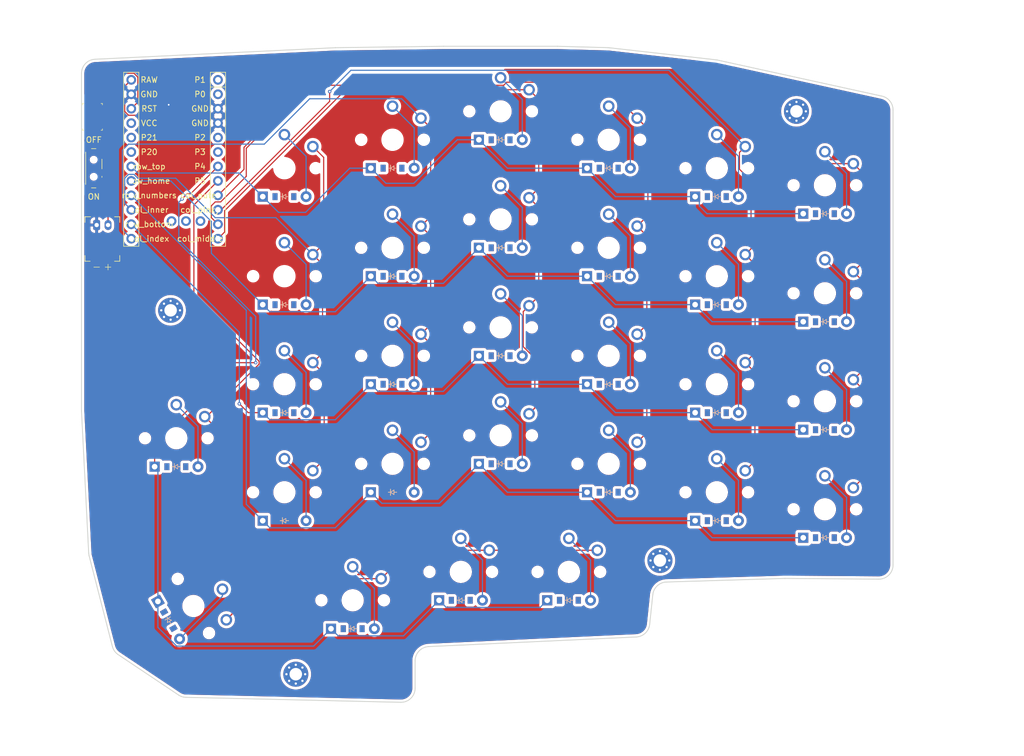
<source format=kicad_pcb>
(kicad_pcb (version 20241229) (generator "pcbnew") (generator_version "9.0")
  (title_block (title "proto") (date "2025-07-30") (rev "v1.0.0") (company "Unknown"))
  (layers (0 "F.Cu" signal) (2 "B.Cu" signal) (13 "F.Paste" user) (15 "B.Paste" user) (5 "F.SilkS" user "F.Silkscreen") (7 "B.SilkS" user "B.Silkscreen") (1 "F.Mask" user) (3 "B.Mask" user) (25 "Edge.Cuts" user))
  (net 0 "")
  (net 1 "outer_numbers")
  (net 2 "row_numbers")
  (net 3 "outer_bottom")
  (net 4 "row_bottom")
  (net 5 "outer_home")
  (net 6 "row_home")
  (net 7 "outer_top")
  (net 8 "row_top")
  (net 9 "pinky_numbers")
  (net 10 "pinky_bottom")
  (net 11 "pinky_home")
  (net 12 "pinky_top")
  (net 13 "ring_numbers")
  (net 14 "ring_bottom")
  (net 15 "ring_home")
  (net 16 "ring_top")
  (net 17 "middle_numbers")
  (net 18 "middle_bottom")
  (net 19 "middle_home")
  (net 20 "middle_top")
  (net 21 "index_numbers")
  (net 22 "index_bottom")
  (net 23 "index_home")
  (net 24 "index_top")
  (net 25 "inner_numbers")
  (net 26 "inner_bottom")
  (net 27 "inner_home")
  (net 28 "inner_top")
  (net 29 "left_only")
  (net 30 "extra_row")
  (net 31 "center_only")
  (net 32 "right_only")
  (net 33 "macro_key")
  (net 34 "extra_key")
  (net 35 "col_outer")
  (net 36 "col_pinky")
  (net 37 "col_ring")
  (net 38 "col_middle")
  (net 39 "col_index")
  (net 40 "col_inner")
  (net 41 "extra_col")
  (net 42 "RAW")
  (net 43 "GND")
  (net 44 "RST")
  (net 45 "VCC")
  (net 46 "P21")
  (net 47 "P20")
  (net 48 "P1")
  (net 49 "P0")
  (net 50 "P2")
  (net 51 "P3")
  (net 52 "P107")
  (net 53 "BAT_P")
  (net 54 "p1.01")
  (net 55 "p1.02")
  (footprint "ComboDiode" (layer "F.Cu") (at 90.49 129.08)
    (property "Reference" "D21" (hide yes))
    (property "Value" "" (hide yes))
  )
  (footprint "ceoloide:power_switch_smd_side" (layer "F.Cu") (at 56.99 67.095949 180)
    (property "Reference" "PWR1" (hide yes))
    (property "Value" "")
  )
  (footprint "PG1350" (layer "F.Cu") (at 128.49 76.08)
    (property "Reference" "S15" (hide yes))
    (property "Value" "" (hide yes))
  )
  (footprint "PG1350" (layer "F.Cu") (at 166.49 124.08)
    (property "Reference" "S5" (hide yes))
    (property "Value" "" (hide yes))
  )
  (footprint "ComboDiode" (layer "F.Cu") (at 109.49 124.08)
    (property "Reference" "D17" (hide yes))
    (property "Value" "" (hide yes))
  )
  (footprint "ComboDiode" (layer "F.Cu") (at 147.49 86.08)
    (property "Reference" "D11" (hide yes))
    (property "Value" "" (hide yes))
  )
  (footprint "ceoloide:reset_switch_smd_side" (layer "F.Cu") (at 56.751122 58.053887 90)
    (property "Reference" "RST1" (hide yes))
    (property "Value" "")
  )
  (footprint "ComboDiode" (layer "F.Cu") (at 185.49 113.08)
    (property "Reference" "D2" (hide yes))
    (property "Value" "" (hide yes))
  )
  (footprint "PG1350" (layer "F.Cu") (at 147.49 119.08)
    (property "Reference" "S9" (hide yes))
    (property "Value" "" (hide yes))
  )
  (footprint "PG1350" (layer "F.Cu") (at 109.49 81.08)
    (property "Reference" "S19" (hide yes))
    (property "Value" "" (hide yes))
  )
  (footprint "MountingHole_2.2mm_M2_Pad_Via" (layer "F.Cu") (at 92.49 156.08)
    (property "Reference" "_3" (hide yes))
    (property "Value" "")
  )
  (footprint "ComboDiode" (layer "F.Cu") (at 102.49 148.08)
    (property "Reference" "D27" (hide yes))
    (property "Value" "" (hide yes))
  )
  (footprint "PG1350" (layer "F.Cu") (at 128.49 114.08)
    (property "Reference" "S13" (hide yes))
    (property "Value" "" (hide yes))
  )
  (footprint "PG1350" (layer "F.Cu") (at 185.49 108.08)
    (property "Reference" "S2" (hide yes))
    (property "Value" "" (hide yes))
  )
  (footprint "ComboDiode" (layer "F.Cu") (at 90.49 91.08)
    (property "Reference" "D23" (hide yes))
    (property "Value" "" (hide yes))
  )
  (footprint "ceoloide:battery_connector_jst_ph_2" (layer "F.Cu") (at 58.49 77.08)
    (property "Reference" "JST1" (hide yes))
    (property "Value" "")
  )
  (footprint "MountingHole_2.2mm_M2_Pad_Via" (layer "F.Cu") (at 180.49 57.08)
    (property "Reference" "_1" (hide yes))
    (property "Value" "")
  )
  (footprint "MountingHole_2.2mm_M2_Pad_Via" (layer "F.Cu") (at 70.49 92.08)
    (property "Reference" "_2" (hide yes))
    (property "Value" "")
  )
  (footprint "PG1350" (layer "F.Cu") (at 74.49 144.08 -60)
    (property "Reference" "S28" (hide yes))
    (property "Value" "" (hide yes))
  )
  (footprint "ComboDiode" (layer "F.Cu") (at 166.49 91.08)
    (property "Reference" "D7" (hide yes))
    (property "Value" "" (hide yes))
  )
  (footprint "PG1350" (layer "F.Cu") (at 102.49 143.08)
    (property "Reference" "S27" (hide yes))
    (property "Value" "" (hide yes))
  )
  (footprint "PG1350" (layer "F.Cu") (at 140.49 138.08)
    (property "Reference" "S25" (hide yes))
    (property "Value" "" (hide yes))
  )
  (footprint "PG1350" (layer "F.Cu") (at 147.49 100.08)
    (property "Reference" "S10" (hide yes))
    (property "Value" "" (hide yes))
  )
  (footprint "ComboDiode" (layer "F.Cu") (at 90.49 72.08)
    (property "Reference" "D24" (hide yes))
    (property "Value" "" (hide yes))
  )
  (footprint "ComboDiode" (layer "F.Cu") (at 166.49 129.08)
    (property "Reference" "D5" (hide yes))
    (property "Value" "" (hide yes))
  )
  (footprint "ComboDiode" (layer "F.Cu") (at 166.49 72.08)
    (property "Reference" "D8" (hide yes))
    (property "Value" "" (hide yes))
  )
  (footprint "ComboDiode" (layer "F.Cu") (at 147.49 105.08)
    (property "Reference" "D10" (hide yes))
    (property "Value" "" (hide yes))
  )
  (footprint "PG1350" (layer "F.Cu") (at 90.49 124.08)
    (property "Reference" "S21" (hide yes))
    (property "Value" "" (hide yes))
  )
  (footprint "PG1350" (layer "F.Cu") (at 185.49 70.08)
    (property "Reference" "S4" (hide yes))
    (property "Value" "" (hide yes))
  )
  (footprint "PG1350" (layer "F.Cu") (at 109.49 119.08)
    (property "Reference" "S17" (hide yes))
    (property "Value" "" (hide yes))
  )
  (footprint "ComboDiode" (layer "F.Cu") (at 147.49 124.08)
    (property "Reference" "D9" (hide yes))
    (property "Value" "" (hide yes))
  )
  (footprint "ComboDiode" (layer "F.Cu") (at 185.49 132.08)
    (property "Reference" "D1" (hide yes))
    (property "Value" "" (hide yes))
  )
  (footprint "PG1350" (layer "F.Cu") (at 109.49 100.08)
    (property "Reference" "S18" (hide yes))
    (property "Value" "" (hide yes))
  )
  (footprint "PG1350" (layer "F.Cu") (at 166.49 86.08)
    (property "Reference" "S7" (hide yes))
    (property "Value" "" (hide yes))
  )
  (footprint "ComboDiode" (layer "F.Cu") (at 90.49 110.08)
    (property "Reference" "D22" (hide yes))
    (property "Value" "" (hide yes))
  )
  (footprint "PG1350" (layer "F.Cu") (at 147.49 81.08)
    (property "Reference" "S11" (hide yes))
    (property "Value" "" (hide yes))
  )
  (footprint "ComboDiode" (layer "F.Cu") (at 185.49 75.08)
    (property "Reference" "D4" (hide yes))
    (property "Value" "" (hide yes))
  )
  (footprint "PG1350" (layer "F.Cu") (at 90.49 105.08)
    (property "Reference" "S22" (hide yes))
    (property "Value" "" (hide yes))
  )
  (footprint "PG1350" (layer "F.Cu") (at 147.49 62.08)
    (property "Reference" "S12" (hide yes))
    (property "Value" "" (hide yes))
  )
  (footprint "ceoloide:mcu_supermini_nrf52840" (layer "F.Cu") (at 71.19 64.24)
    (property "Reference" "MCU1" (hide yes))
    (property "Value" "")
  )
  (footprint "PG1350" (layer "F.Cu") (at 128.49 57.08)
    (property "Reference" "S16" (hide yes))
    (property "Value" "" (hide yes))
  )
  (footprint "MountingHole_2.2mm_M2_Pad_Via" (layer "F.Cu") (at 156.49 136.08)
    (property "Reference" "_4" (hide yes))
    (property "Value" "")
  )
  (footprint "ComboDiode" (layer "F.Cu") (at 70.159873 146.58 -60)
    (property "Reference" "D28" (hide yes))
    (property "Value" "" (hide yes))
  )
  (footprint "ComboDiode" (layer "F.Cu") (at 147.49 67.08)
    (property "Reference" "D12" (hide yes))
    (property "Value" "" (hide yes))
  )
  (footprint "PG1350" (layer "F.Cu") (at 121.49 138.08)
    (property "Reference" "S26" (hide yes))
    (property "Value" "" (hide yes))
  )
  (footprint "ComboDiode" (layer "F.Cu") (at 128.49 100.08)
    (property "Reference" "D14" (hide yes))
    (property "Value" "" (hide yes))
  )
  (footprint "PG1350" (layer "F.Cu") (at 71.49 114.58)
    (property "Reference" "S29" (hide yes))
    (property "Value" "" (hide yes))
  )
  (footprint "PG1350" (layer "F.Cu") (at 185.49 89.08)
    (property "Reference" "S3" (hide yes))
    (property "Value" "" (hide yes))
  )
  (footprint "ComboDiode" (layer "F.Cu") (at 128.49 119.08)
    (property "Reference" "D13" (hide yes))
    (property "Value" "" (hide yes))
  )
  (footprint "PG1350" (layer "F.Cu") (at 166.49 105.08)
    (property "Reference" "S6" (hide yes))
    (property "Value" "" (hide yes))
  )
  (footprint "ComboDiode" (layer "F.Cu") (at 128.49 62.08)
    (property "Reference" "D16" (hide yes))
    (property "Value" "" (hide yes))
  )
  (footprint "ComboDiode" (layer "F.Cu") (at 109.49 86.08)
    (property "Reference" "D19" (hide yes))
    (property "Value" "" (hide yes))
  )
  (footprint "PG1350" (layer "F.Cu") (at 185.49 127.08)
    (property "Reference" "S1" (hide yes))
    (property "Value" "" (hide yes))
  )
  (footprint "ComboDiode" (layer "F.Cu") (at 71.49 119.58)
    (property "Reference" "D29" (hide yes))
    (property "Value" "" (hide yes))
  )
  (footprint "ComboDiode" (layer "F.Cu") (at 128.49 81.08)
    (property "Reference" "D15" (hide yes))
    (property "Value" "" (hide yes))
  )
  (footprint "ComboDiode" (layer "F.Cu") (at 121.49 143.08)
    (property "Reference" "D26" (hide yes))
    (property "Value" "" (hide yes))
  )
  (footprint "PG1350" (layer "F.Cu") (at 128.49 95.08)
    (property "Reference" "S14" (hide yes))
    (property "Value" "" (hide yes))
  )
  (footprint "ComboDiode" (layer "F.Cu") (at 140.49 143.08)
    (property "Reference" "D25" (hide yes))
    (property "Value" "" (hide yes))
  )
  (footprint "ComboDiode" (layer "F.Cu") (at 166.49 110.08)
    (property "Reference" "D6" (hide yes))
    (property "Value" "" (hide yes))
  )
  (footprint "PG1350" (layer "F.Cu") (at 90.49 67.08)
    (property "Reference" "S24" (hide yes))
    (property "Value" "" (hide yes))
  )
  (footprint "ComboDiode" (layer "F.Cu") (at 185.49 94.08)
    (property "Reference" "D3" (hide yes))
    (property "Value" "" (hide yes))
  )
  (footprint "PG1350" (layer "F.Cu") (at 166.49 67.08)
    (property "Reference" "S8" (hide yes))
    (property "Value" "" (hide yes))
  )
  (footprint "ComboDiode" (layer "F.Cu") (at 109.49 67.08)
    (property "Reference" "D20" (hide yes))
    (property "Value" "" (hide yes))
  )
  (footprint "PG1350" (layer "F.Cu") (at 90.49 86.08)
    (property "Reference" "S23" (hide yes))
    (property "Value" "" (hide yes))
  )
  (footprint "ComboDiode" (layer "F.Cu") (at 109.49 105.08)
    (property "Reference" "D18" (hide yes))
    (property "Value" "" (hide yes))
  )
  (footprint "PG1350" (layer "F.Cu") (at 109.49 62.08)
    (property "Reference" "S20" (hide yes))
    (property "Value" "" (hide yes))
  )
  (gr_arc (start 195.505893 54.403702) (mid 196.918204 55.278661) (end 197.470241 56.845643) (stroke (width 0.15)) (layer "Edge.Cuts"))
  (gr_arc (start 113.470241 153.72142) (mid 114.162046 151.995099) (end 115.854511 151.2241) (stroke (width 0.15)) (layer "Edge.Cuts"))
  (gr_line (start 113.470241 158.525993) (end 113.470241 153.72142) (stroke (width 0.15)) (layer "Edge.Cuts"))
  (gr_line (start 197.470241 136.864776) (end 197.470241 56.845643) (stroke (width 0.15)) (layer "Edge.Cuts"))
  (gr_line (start 115.854512 151.2241) (end 152.324567 149.534025) (stroke (width 0.15)) (layer "Edge.Cuts"))
  (gr_arc (start 138.435524 45.634591) (mid 138.470236 45.634832) (end 138.504942 45.635555) (stroke (width 0.15)) (layer "Edge.Cuts"))
  (gr_line (start 154.695101 147.298417) (end 155.241743 142.105322) (stroke (width 0.15)) (layer "Edge.Cuts"))
  (gr_line (start 157.651955 139.868191) (end 178.422358 139.236048) (stroke (width 0.15)) (layer "Edge.Cuts"))
  (gr_line (start 138.435524 45.634591) (end 118.486686 45.634591) (stroke (width 0.15)) (layer "Edge.Cuts"))
  (gr_arc (start 56.160057 135.255797) (mid 56.110031 135.010262) (end 56.084832 134.760953) (stroke (width 0.15)) (layer "Edge.Cuts"))
  (gr_arc (start 155.241743 142.105322) (mid 156.02727 140.534721) (end 157.651955 139.868191) (stroke (width 0.15)) (layer "Edge.Cuts"))
  (gr_arc (start 113.470241 158.525993) (mid 112.717413 160.314116) (end 110.91233 161.025322) (stroke (width 0.15)) (layer "Edge.Cuts"))
  (gr_arc (start 54.823439 109.847759) (mid 54.821041 109.784571) (end 54.820241 109.721342) (stroke (width 0.15)) (layer "Edge.Cuts"))
  (gr_arc (start 197.470241 136.864776) (mid 196.731022 138.639517) (end 194.950505 139.364698) (stroke (width 0.15)) (layer "Edge.Cuts"))
  (gr_arc (start 118.453794 45.634807) (mid 118.47024 45.634645) (end 118.486686 45.634591) (stroke (width 0.15)) (layer "Edge.Cuts"))
  (gr_line (start 73.198149 160.151457) (end 110.91233 161.025322) (stroke (width 0.15)) (layer "Edge.Cuts"))
  (gr_line (start 54.823439 109.847759) (end 56.084832 134.760953) (stroke (width 0.15)) (layer "Edge.Cuts"))
  (gr_line (start 56.160057 135.255797) (end 60.246644 151.184684) (stroke (width 0.15)) (layer "Edge.Cuts"))
  (gr_line (start 54.820241 50.417107) (end 54.820241 109.721342) (stroke (width 0.15)) (layer "Edge.Cuts"))
  (gr_line (start 178.518146 139.234969) (end 194.950505 139.364698) (stroke (width 0.15)) (layer "Edge.Cuts"))
  (gr_line (start 61.277379 152.640815) (end 71.865218 159.72952) (stroke (width 0.15)) (layer "Edge.Cuts"))
  (gr_line (start 118.453794 45.634807) (end 99.513939 45.884016) (stroke (width 0.15)) (layer "Edge.Cuts"))
  (gr_arc (start 178.422358 139.236048) (mid 178.470247 139.23505) (end 178.518146 139.234969) (stroke (width 0.15)) (layer "Edge.Cuts"))
  (gr_arc (start 54.820241 50.417107) (mid 55.510456 48.692366) (end 57.199999 47.92) (stroke (width 0.15)) (layer "Edge.Cuts"))
  (gr_arc (start 73.198149 160.151457) (mid 72.501591 160.035554) (end 71.865218 159.72952) (stroke (width 0.15)) (layer "Edge.Cuts"))
  (gr_arc (start 154.695101 147.298417) (mid 153.924081 148.855465) (end 152.324567 149.534025) (stroke (width 0.15)) (layer "Edge.Cuts"))
  (gr_line (start 99.426589 45.886693) (end 57.2 47.92) (stroke (width 0.15)) (layer "Edge.Cuts"))
  (gr_arc (start 166.341875 48.020065) (mid 166.469695 48.037883) (end 166.596426 48.06227) (stroke (width 0.15)) (layer "Edge.Cuts"))
  (gr_line (start 147.364084 45.881642) (end 138.504941 45.635555) (stroke (width 0.15)) (layer "Edge.Cuts"))
  (gr_arc (start 61.277379 152.640815) (mid 60.627724 152.00781) (end 60.246644 151.184684) (stroke (width 0.15)) (layer "Edge.Cuts"))
  (gr_line (start 166.341875 48.020065) (end 147.575767 45.896532) (stroke (width 0.15)) (layer "Edge.Cuts"))
  (gr_arc (start 147.364084 45.881642) (mid 147.470084 45.886839) (end 147.575767 45.896532) (stroke (width 0.15)) (layer "Edge.Cuts"))
  (gr_arc (start 99.426589 45.886693) (mid 99.470252 45.884973) (end 99.513939 45.884016) (stroke (width 0.15)) (layer "Edge.Cuts"))
  (gr_line (start 195.505893 54.403702) (end 166.596426 48.06227) (stroke (width 0.15)) (layer "Edge.Cuts"))
  (segment (start 185.49 121.18) (end 189.3 124.99) (width 0.2) (layer "B.Cu") (net 1))
  (segment (start 189.3 124.99) (end 189.3 132.08) (width 0.2) (layer "B.Cu") (net 1))
  (segment (start 181.68 132.08) (end 165.68 132.08) (width 0.2) (layer "B.Cu") (net 2))
  (segment (start 105.68 124.08) (end 99.4265 130.3335) (width 0.2) (layer "B.Cu") (net 2))
  (segment (start 162.68 129.08) (end 148.68 129.08) (width 0.2) (layer "B.Cu") (net 2))
  (segment (start 124.68 119.08) (end 117.74 126.02) (width 0.2) (layer "B.Cu") (net 2))
  (segment (start 165.68 132.08) (end 162.68 129.08) (width 0.2) (layer "B.Cu") (net 2))
  (segment (start 99.4265 130.3335) (end 87.9335 130.3335) (width 0.2) (layer "B.Cu") (net 2))
  (segment (start 148.68 129.08) (end 143.68 124.08) (width 0.2) (layer "B.Cu") (net 2))
  (segment (start 143.68 124.08) (end 129.68 124.08) (width 0.2) (layer "B.Cu") (net 2))
  (segment (start 83.7881 126.1881) (end 86.68 129.08) (width 0.2) (layer "B.Cu") (net 2))
  (segment (start 83.7881 92.0781) (end 83.7881 126.1881) (width 0.2) (layer "B.Cu") (net 2))
  (segment (start 63.57 71.86) (end 83.7881 92.0781) (width 0.2) (layer "B.Cu") (net 2))
  (segment (start 117.74 126.02) (end 107.62 126.02) (width 0.2) (layer "B.Cu") (net 2))
  (segment (start 129.68 124.08) (end 124.68 119.08) (width 0.2) (layer "B.Cu") (net 2))
  (segment (start 107.62 126.02) (end 105.68 124.08) (width 0.2) (layer "B.Cu") (net 2))
  (segment (start 87.9335 130.3335) (end 86.68 129.08) (width 0.2) (layer "B.Cu") (net 2))
  (segment (start 185.49 102.18) (end 189.3 105.99) (width 0.2) (layer "B.Cu") (net 3))
  (segment (start 189.3 105.99) (end 189.3 113.08) (width 0.2) (layer "B.Cu") (net 3))
  (segment (start 82.57 108.52) (end 84.13 110.08) (width 0.2) (layer "F.Cu") (net 4))
  (segment (start 84.13 110.08) (end 86.68 110.08) (width 0.2) (layer "F.Cu") (net 4))
  (via (at 82.57 108.52) (size 0.6) (drill 0.3) (layers "F.Cu" "B.Cu") (net 4))
  (segment (start 129.68 105.08) (end 124.68 100.08) (width 0.2) (layer "B.Cu") (net 4))
  (segment (start 124.68 100.08) (end 118.4265 106.3335) (width 0.2) (layer "B.Cu") (net 4))
  (segment (start 99.4265 111.3335) (end 87.9335 111.3335) (width 0.2) (layer "B.Cu") (net 4))
  (segment (start 63.57 76.94) (end 82.57 95.94) (width 0.2) (layer "B.Cu") (net 4))
  (segment (start 106.9335 106.3335) (end 105.68 105.08) (width 0.2) (layer "B.Cu") (net 4))
  (segment (start 118.4265 106.3335) (end 106.9335 106.3335) (width 0.2) (layer "B.Cu") (net 4))
  (segment (start 143.68 105.08) (end 129.68 105.08) (width 0.2) (layer "B.Cu") (net 4))
  (segment (start 181.68 113.08) (end 165.68 113.08) (width 0.2) (layer "B.Cu") (net 4))
  (segment (start 148.68 110.08) (end 143.68 105.08) (width 0.2) (layer "B.Cu") (net 4))
  (segment (start 105.68 105.08) (end 99.4265 111.3335) (width 0.2) (layer "B.Cu") (net 4))
  (segment (start 162.68 110.08) (end 148.68 110.08) (width 0.2) (layer "B.Cu") (net 4))
  (segment (start 165.68 113.08) (end 162.68 110.08) (width 0.2) (layer "B.Cu") (net 4))
  (segment (start 87.9335 111.3335) (end 86.68 110.08) (width 0.2) (layer "B.Cu") (net 4))
  (segment (start 82.57 95.94) (end 82.57 108.52) (width 0.2) (layer "B.Cu") (net 4))
  (segment (start 189.3 86.99) (end 189.3 94.08) (width 0.2) (layer "B.Cu") (net 5))
  (segment (start 185.49 83.18) (end 189.3 86.99) (width 0.2) (layer "B.Cu") (net 5))
  (segment (start 118.4265 87.3335) (end 124.68 81.08) (width 0.2) (layer "B.Cu") (net 6))
  (segment (start 129.68 86.08) (end 143.68 86.08) (width 0.2) (layer "B.Cu") (net 6))
  (segment (start 124.68 81.08) (end 129.68 86.08) (width 0.2) (layer "B.Cu") (net 6))
  (segment (start 77.659 76.46324) (end 77.659 82.059) (width 0.2) (layer "B.Cu") (net 6))
  (segment (start 106.9335 87.3335) (end 118.4265 87.3335) (width 0.2) (layer "B.Cu") (net 6))
  (segment (start 105.68 86.08) (end 106.9335 87.3335) (width 0.2) (layer "B.Cu") (net 6))
  (segment (start 143.68 86.08) (end 148.68 91.08) (width 0.2) (layer "B.Cu") (net 6))
  (segment (start 165.68 94.08) (end 181.68 94.08) (width 0.2) (layer "B.Cu") (net 6))
  (segment (start 162.68 91.08) (end 165.68 94.08) (width 0.2) (layer "B.Cu") (net 6))
  (segment (start 86.68 91.08) (end 87.9335 92.3335) (width 0.2) (layer "B.Cu") (net 6))
  (segment (start 87.9335 92.3335) (end 99.4265 92.3335) (width 0.2) (layer "B.Cu") (net 6))
  (segment (start 63.57 69.32) (end 70.51576 69.32) (width 0.2) (layer "B.Cu") (net 6))
  (segment (start 77.659 82.059) (end 86.68 91.08) (width 0.2) (layer "B.Cu") (net 6))
  (segment (start 70.51576 69.32) (end 77.659 76.46324) (width 0.2) (layer "B.Cu") (net 6))
  (segment (start 148.68 91.08) (end 162.68 91.08) (width 0.2) (layer "B.Cu") (net 6))
  (segment (start 99.4265 92.3335) (end 105.68 86.08) (width 0.2) (layer "B.Cu") (net 6))
  (segment (start 185.49 64.18) (end 189.3 67.99) (width 0.2) (layer "B.Cu") (net 7))
  (segment (start 189.3 67.99) (end 189.3 75.08) (width 0.2) (layer "B.Cu") (net 7))
  (segment (start 164.76 75.08) (end 163.42 73.74) (width 0.2) (layer "B.Cu") (net 8))
  (segment (start 129.68 67.08) (end 124.68 62.08) (width 0.2) (layer "B.Cu") (net 8))
  (segment (start 105.68 67.08) (end 101.98 67.08) (width 0.2) (layer "B.Cu") (net 8))
  (segment (start 64.721 67.931) (end 82.531 67.931) (width 0.2) (layer "B.Cu") (net 8))
  (segment (start 108.34 69.74) (end 105.68 67.08) (width 0.2) (layer "B.Cu") (net 8))
  (segment (start 124.68 62.08) (end 120.88 62.08) (width 0.2) (layer "B.Cu") (net 8))
  (segment (start 113.22 69.74) (end 108.34 69.74) (width 0.2) (layer "B.Cu") (net 8))
  (segment (start 82.531 67.931) (end 86.68 72.08) (width 0.2) (layer "B.Cu") (net 8))
  (segment (start 163.42 73.74) (end 163.42 72.82) (width 0.2) (layer "B.Cu") (net 8))
  (segment (start 94.21 74.85) (end 89.45 74.85) (width 0.2) (layer "B.Cu") (net 8))
  (segment (start 148.68 72.08) (end 143.68 67.08) (width 0.2) (layer "B.Cu") (net 8))
  (segment (start 89.45 74.85) (end 86.68 72.08) (width 0.2) (layer "B.Cu") (net 8))
  (segment (start 63.57 66.78) (end 64.721 67.931) (width 0.2) (layer "B.Cu") (net 8))
  (segment (start 181.68 75.08) (end 164.76 75.08) (width 0.2) (layer "B.Cu") (net 8))
  (segment (start 163.42 72.82) (end 162.68 72.08) (width 0.2) (layer "B.Cu") (net 8))
  (segment (start 101.98 67.08) (end 94.21 74.85) (width 0.2) (layer "B.Cu") (net 8))
  (segment (start 143.68 67.08) (end 129.68 67.08) (width 0.2) (layer "B.Cu") (net 8))
  (segment (start 162.68 72.08) (end 148.68 72.08) (width 0.2) (layer "B.Cu") (net 8))
  (segment (start 120.88 62.08) (end 113.22 69.74) (width 0.2) (layer "B.Cu") (net 8))
  (segment (start 170.3 121.99) (end 170.3 129.08) (width 0.2) (layer "B.Cu") (net 9))
  (segment (start 166.49 118.18) (end 170.3 121.99) (width 0.2) (layer "B.Cu") (net 9))
  (segment (start 166.49 99.18) (end 170.3 102.99) (width 0.2) (layer "B.Cu") (net 10))
  (segment (start 170.3 102.99) (end 170.3 110.08) (width 0.2) (layer "B.Cu") (net 10))
  (segment (start 170.3 83.99) (end 170.3 91.08) (width 0.2) (layer "B.Cu") (net 11))
  (segment (start 166.49 80.18) (end 170.3 83.99) (width 0.2) (layer "B.Cu") (net 11))
  (segment (start 170.3 64.99) (end 170.3 72.08) (width 0.2) (layer "B.Cu") (net 12))
  (segment (start 166.49 61.18) (end 170.3 64.99) (width 0.2) (layer "B.Cu") (net 12))
  (segment (start 147.49 113.18) (end 151.3 116.99) (width 0.2) (layer "B.Cu") (net 13))
  (segment (start 151.3 116.99) (end 151.3 124.08) (width 0.2) (layer "B.Cu") (net 13))
  (segment (start 151.3 97.99) (end 151.3 105.08) (width 0.2) (layer "B.Cu") (net 14))
  (segment (start 147.49 94.18) (end 151.3 97.99) (width 0.2) (layer "B.Cu") (net 14))
  (segment (start 151.3 78.99) (end 151.3 86.08) (width 0.2) (layer "B.Cu") (net 15))
  (segment (start 147.49 75.18) (end 151.3 78.99) (width 0.2) (layer "B.Cu") (net 15))
  (segment (start 151.3 59.99) (end 151.3 67.08) (width 0.2) (layer "B.Cu") (net 16))
  (segment (start 147.49 56.18) (end 151.3 59.99) (width 0.2) (layer "B.Cu") (net 16))
  (segment (start 128.49 108.18) (end 132.3 111.99) (width 0.2) (layer "B.Cu") (net 17))
  (segment (start 132.3 111.99) (end 132.3 119.08) (width 0.2) (layer "B.Cu") (net 17))
  (segment (start 128.49 89.18) (end 132.3 92.99) (width 0.2) (layer "B.Cu") (net 18))
  (segment (start 132.3 92.99) (end 132.3 100.08) (width 0.2) (layer "B.Cu") (net 18))
  (segment (start 132.3 73.99) (end 132.3 81.08) (width 0.2) (layer "B.Cu") (net 19))
  (segment (start 128.49 70.18) (end 132.3 73.99) (width 0.2) (layer "B.Cu") (net 19))
  (segment (start 128.49 51.18) (end 132.3 54.99) (width 0.2) (layer "B.Cu") (net 20))
  (segment (start 132.3 54.99) (end 132.3 62.08) (width 0.2) (layer "B.Cu") (net 20))
  (segment (start 113.3 116.99) (end 113.3 124.08) (width 0.2) (layer "B.Cu") (net 21))
  (segment (start 109.49 113.18) (end 113.3 116.99) (width 0.2) (layer "B.Cu") (net 21))
  (segment (start 113.3 97.99) (end 113.3 105.08) (width 0.2) (layer "B.Cu") (net 22))
  (segment (start 109.49 94.18) (end 113.3 97.99) (width 0.2) (layer "B.Cu") (net 22))
  (segment (start 109.49 75.18) (end 113.3 78.99) (width 0.2) (layer "B.Cu") (net 23))
  (segment (start 113.3 78.99) (end 113.3 86.08) (width 0.2) (layer "B.Cu") (net 23))
  (segment (start 109.49 56.18) (end 113.3 59.99) (width 0.2) (layer "B.Cu") (net 24))
  (segment (start 113.3 59.99) (end 113.3 67.08) (width 0.2) (layer "B.Cu") (net 24))
  (segment (start 90.49 118.18) (end 94.3 121.99) (width 0.2) (layer "B.Cu") (net 25))
  (segment (start 94.3 121.99) (end 94.3 129.08) (width 0.2) (layer "B.Cu") (net 25))
  (segment (start 90.49 99.18) (end 94.3 102.99) (width 0.2) (layer "B.Cu") (net 26))
  (segment (start 94.3 102.99) (end 94.3 110.08) (width 0.2) (layer "B.Cu") (net 26))
  (segment (start 94.3 83.99) (end 94.3 91.08) (width 0.2) (layer "B.Cu") (net 27))
  (segment (start 90.49 80.18) (end 94.3 83.99) (width 0.2) (layer "B.Cu") (net 27))
  (segment (start 94.3 64.99) (end 94.3 72.08) (width 0.2) (layer "B.Cu") (net 28))
  (segment (start 90.49 61.18) (end 94.3 64.99) (width 0.2) (layer "B.Cu") (net 28))
  (segment (start 144.3 135.99) (end 144.3 143.08) (width 0.2) (layer "B.Cu") (net 29))
  (segment (start 140.49 132.18) (end 144.3 135.99) (width 0.2) (layer "B.Cu") (net 29))
  (segment (start 67.68 115.468942) (end 67.68 119.58) (width 0.2) (layer "F.Cu") (net 30))
  (segment (start 72.5 72.5) (end 73.423615 71.576385) (width 0.2) (layer "F.Cu") (net 30))
  (segment (start 85.44 101.29) (end 81.858942 101.29) (width 0.2) (layer "F.Cu") (net 30))
  (segment (start 81.858942 101.29) (end 67.68 115.468942) (width 0.2) (layer "F.Cu") (net 30))
  (segment (start 74.013615 71.576385) (end 78.81 66.78) (width 0.2) (layer "F.Cu") (net 30))
  (segment (start 73.423615 71.576385) (end 74.013615 71.576385) (width 0.2) (layer "F.Cu") (net 30))
  (via (at 85.44 101.29) (size 0.6) (drill 0.3) (layers "F.Cu" "B.Cu") (net 30))
  (via (at 72.5 72.5) (size 0.6) (drill 0.3) (layers "F.Cu" "B.Cu") (net 30))
  (segment (start 98.68 148.08) (end 95.626943 151.133057) (width 0.2) (layer "B.Cu") (net 30))
  (segment (start 136.68 143.08) (end 135.4265 144.3335) (width 0.2) (layer "B.Cu") (net 30))
  (segment (start 72.5 72.5) (end 71.923615 73.076385) (width 0.2) (layer "B.Cu") (net 30))
  (segment (start 135.4265 144.3335) (end 118.9335 144.3335) (width 0.2) (layer "B.Cu") (net 30))
  (segment (start 71.923615 73.076385) (end 71.923615 79.646515) (width 0.2) (layer "B.Cu") (net 30))
  (segment (start 118.9335 144.3335) (end 117.68 143.08) (width 0.2) (layer "B.Cu") (net 30))
  (segment (start 117.68 143.08) (end 111.4265 149.3335) (width 0.2) (layer "B.Cu") (net 30))
  (segment (start 68.254873 120.154873) (end 67.68 119.58) (width 0.2) (layer "B.Cu") (net 30))
  (segment (start 99.9335 149.3335) (end 98.68 148.08) (width 0.2) (layer "B.Cu") (net 30))
  (segment (start 111.4265 149.3335) (end 99.9335 149.3335) (width 0.2) (layer "B.Cu") (net 30))
  (segment (start 68.254873 147.842274) (end 68.254873 143.280443) (width 0.2) (layer "B.Cu") (net 30))
  (segment (start 71.923615 79.646515) (end 85.44 93.1629) (width 0.2) (layer "B.Cu") (net 30))
  (segment (start 95.626943 151.133057) (end 71.545656 151.133057) (width 0.2) (layer "B.Cu") (net 30))
  (segment (start 68.254873 143.280443) (end 68.254873 120.154873) (width 0.2) (layer "B.Cu") (net 30))
  (segment (start 85.44 93.1629) (end 85.44 101.29) (width 0.2) (layer "B.Cu") (net 30))
  (segment (start 71.545656 151.133057) (end 68.254873 147.842274) (width 0.2) (layer "B.Cu") (net 30))
  (segment (start 125.3 135.99) (end 125.3 143.08) (width 0.2) (layer "B.Cu") (net 31))
  (segment (start 121.49 132.18) (end 125.3 135.99) (width 0.2) (layer "B.Cu") (net 31))
  (segment (start 102.49 137.18) (end 106.3 140.99) (width 0.2) (layer "B.Cu") (net 32))
  (segment (start 106.3 140.99) (end 106.3 148.08) (width 0.2) (layer "B.Cu") (net 32))
  (segment (start 79.59955 141.13) (end 79.59955 142.34488) (width 0.2) (layer "B.Cu") (net 33))
  (segment (start 79.59955 142.34488) (end 72.064873 149.879557) (width 0.2) (layer "B.Cu") (net 33))
  (segment (start 71.49 108.68) (end 75.3 112.49) (width 0.2) (layer "B.Cu") (net 34))
  (segment (start 75.3 112.49) (end 75.3 119.58) (width 0.2) (layer "B.Cu") (net 34))
  (segment (start 192.1919 105.9819) (end 192.1919 121.5781) (width 0.2) (layer "F.Cu") (net 35))
  (segment (start 190.49 104.28) (end 192.1919 105.9819) (width 0.2) (layer "F.Cu") (net 35))
  (segment (start 190.49 66.28) (end 192.34 68.13) (width 0.2) (layer "F.Cu") (net 35))
  (segment (start 83.3871 67.2829) (end 83.3871 63.414147) (width 0.2) (layer "F.Cu") (net 35))
  (segment (start 190.49 85.28) (end 192.94 87.73) (width 0.2) (layer "F.Cu") (net 35))
  (segment (start 78.81 71.86) (end 83.3871 67.2829) (width 0.2) (layer "F.Cu") (net 35))
  (segment (start 192.1919 121.5781) (end 190.49 123.28) (width 0.2) (layer "F.Cu") (net 35))
  (segment (start 97.805848 48.995399) (end 168.045398 48.995399) (width 0.2) (layer "F.Cu") (net 35))
  (segment (start 192.94 101.83) (end 190.49 104.28) (width 0.2) (layer "F.Cu") (net 35))
  (segment (start 192.94 87.73) (end 192.94 101.83) (width 0.2) (layer "F.Cu") (net 35))
  (segment (start 185.329999 66.28) (end 190.49 66.28) (width 0.2) (layer "F.Cu") (net 35))
  (segment (start 168.045398 48.995399) (end 185.329999 66.28) (width 0.2) (layer "F.Cu") (net 35))
  (segment (start 83.3871 63.414147) (end 97.805848 48.995399) (width 0.2) (layer "F.Cu") (net 35))
  (segment (start 192.34 83.43) (end 190.49 85.28) (width 0.2) (layer "F.Cu") (net 35))
  (segment (start 192.34 68.13) (end 192.34 83.43) (width 0.2) (layer "F.Cu") (net 35))
  (segment (start 172.505999 81.264001) (end 171.49 82.28) (width 0.2) (layer "F.Cu") (net 36))
  (segment (start 171.49 82.28) (end 173.22 84.01) (width 0.2) (layer "F.Cu") (net 36))
  (segment (start 171.49 63.28) (end 170.474001 64.295999) (width 0.2) (layer "F.Cu") (net 36))
  (segment (start 173.22 84.01) (end 173.22 99.55) (width 0.2) (layer "F.Cu") (net 36))
  (segment (start 98.44 55.329743) (end 98.44 53.6) (width 0.2) (layer "F.Cu") (net 36))
  (segment (start 78.81 74.4) (end 79.369743 74.4) (width 0.2) (layer "F.Cu") (net 36))
  (segment (start 173.22 99.55) (end 171.49 101.28) (width 0.2) (layer "F.Cu") (net 36))
  (segment (start 170.474001 64.295999) (end 170.474001 67.263744) (width 0.2) (layer "F.Cu") (net 36))
  (segment (start 172.505999 69.295742) (end 172.505999 81.264001) (width 0.2) (layer "F.Cu") (net 36))
  (segment (start 173.1919 102.9819) (end 173.1919 118.5781) (width 0.2) (layer "F.Cu") (net 36))
  (segment (start 173.1919 118.5781) (end 171.49 120.28) (width 0.2) (layer "F.Cu") (net 36))
  (segment (start 79.369743 74.4) (end 98.44 55.329743) (width 0.2) (layer "F.Cu") (net 36))
  (segment (start 171.49 101.28) (end 173.1919 102.9819) (width 0.2) (layer "F.Cu") (net 36))
  (segment (start 170.474001 67.263744) (end 172.505999 69.295742) (width 0.2) (layer "F.Cu") (net 36))
  (via (at 98.44 53.6) (size 0.6) (drill 0.3) (layers "F.Cu" "B.Cu") (net 36))
  (segment (start 102.177 49.863) (end 158.073 49.863) (width 0.2) (layer "B.Cu") (net 36))
  (segment (start 98.44 53.6) (end 102.177 49.863) (width 0.2) (layer "B.Cu") (net 36))
  (segment (start 158.073 49.863) (end 171.49 63.28) (width 0.2) (layer "B.Cu") (net 36))
  (segment (start 152.49 58.28) (end 154.38 60.17) (width 0.2) (layer "F.Cu") (net 37))
  (segment (start 129.56952 51.963) (end 146.173 51.963) (width 0.2) (layer "F.Cu") (net 37))
  (segment (start 79.28676 73.011) (end 83.7881 68.50966) (width 0.2) (layer "F.Cu") (net 37))
  (segment (start 129.03552 52.497) (end 129.56952 51.963) (width 0.2) (layer "F.Cu") (net 37))
  (segment (start 152.49 96.28) (end 154.1919 97.9819) (width 0.2) (layer "F.Cu") (net 37))
  (segment (start 78.33324 73.011) (end 79.28676 73.011) (width 0.2) (layer "F.Cu") (net 37))
  (segment (start 154.1919 78.9819) (end 154.1919 94.5781) (width 0.2) (layer "F.Cu") (net 37))
  (segment (start 146.173 51.963) (end 152.49 58.28) (width 0.2) (layer "F.Cu") (net 37))
  (segment (start 78.81 76.94) (end 77.659 75.789) (width 0.2) (layer "F.Cu") (net 37))
  (segment (start 77.659 75.789) (end 77.659 73.68524) (width 0.2) (layer "F.Cu") (net 37))
  (segment (start 154.1919 113.5781) (end 152.49 115.28) (width 0.2) (layer "F.Cu") (net 37))
  (segment (start 152.49 77.28) (end 154.1919 78.9819) (width 0.2) (layer "F.Cu") (net 37))
  (segment (start 77.659 73.68524) (end 78.33324 73.011) (width 0.2) (layer "F.Cu") (net 37))
  (segment (start 154.1919 94.5781) (end 152.49 96.28) (width 0.2) (layer "F.Cu") (net 37))
  (segment (start 94.871347 52.497) (end 129.03552 52.497) (width 0.2) (layer "F.Cu") (net 37))
  (segment (start 154.1919 97.9819) (end 154.1919 113.5781) (width 0.2) (layer "F.Cu") (net 37))
  (segment (start 154.38 60.17) (end 154.38 75.39) (width 0.2) (layer "F.Cu") (net 37))
  (segment (start 83.7881 68.50966) (end 83.7881 63.580247) (width 0.2) (layer "F.Cu") (net 37))
  (segment (start 83.7881 63.580247) (end 94.871347 52.497) (width 0.2) (layer "F.Cu") (net 37))
  (segment (start 154.38 75.39) (end 152.49 77.28) (width 0.2) (layer "F.Cu") (net 37))
  (segment (start 135.1919 73.9819) (end 135.1919 89.5781) (width 0.2) (layer "F.Cu") (net 38))
  (segment (start 133.49 53.28) (end 135.1919 54.9819) (width 0.2) (layer "F.Cu") (net 38))
  (segment (start 135.1919 89.5781) (end 133.49 91.28) (width 0.2) (layer "F.Cu") (net 38))
  (segment (start 132.474001 98.481284) (end 134.505999 100.513282) (width 0.2) (layer "F.Cu") (net 38))
  (segment (start 134.505999 109.264001) (end 133.49 110.28) (width 0.2) (layer "F.Cu") (net 38))
  (segment (start 133.49 72.28) (end 135.1919 73.9819) (width 0.2) (layer "F.Cu") (net 38))
  (segment (start 101.26 53.28) (end 133.49 53.28) (width 0.2) (layer "F.Cu") (net 38))
  (segment (start 135.1919 54.9819) (end 135.1919 70.5781) (width 0.2) (layer "F.Cu") (net 38))
  (segment (start 79.98 74.56) (end 101.26 53.28) (width 0.2) (layer "F.Cu") (net 38))
  (segment (start 133.49 91.28) (end 132.474001 92.295999) (width 0.2) (layer "F.Cu") (net 38))
  (segment (start 79.98 78.31) (end 79.98 74.56) (width 0.2) (layer "F.Cu") (net 38))
  (segment (start 135.1919 70.5781) (end 133.49 72.28) (width 0.2) (layer "F.Cu") (net 38))
  (segment (start 132.474001 92.295999) (end 132.474001 98.481284) (width 0.2) (layer "F.Cu") (net 38))
  (segment (start 134.505999 100.513282) (end 134.505999 109.264001) (width 0.2) (layer "F.Cu") (net 38))
  (segment (start 78.81 79.48) (end 79.98 78.31) (width 0.2) (layer "F.Cu") (net 38))
  (segment (start 114.49 77.28) (end 116.1919 78.9819) (width 0.2) (layer "F.Cu") (net 39))
  (segment (start 114.49 96.28) (end 116.1919 97.9819) (width 0.2) (layer "F.Cu") (net 39))
  (segment (start 116.1919 59.9819) (end 116.1919 75.5781) (width 0.2) (layer "F.Cu") (net 39))
  (segment (start 116.1919 97.9819) (end 116.1919 113.5781) (width 0.2) (layer "F.Cu") (net 39))
  (segment (start 116.1919 78.9819) (end 116.1919 94.5781) (width 0.2) (layer "F.Cu") (net 39))
  (segment (start 116.1919 75.5781) (end 114.49 77.28) (width 0.2) (layer "F.Cu") (net 39))
  (segment (start 116.1919 94.5781) (end 114.49 96.28) (width 0.2) (layer "F.Cu") (net 39))
  (segment (start 116.1919 113.5781) (end 114.49 115.28) (width 0.2) (layer "F.Cu") (net 39))
  (segment (start 114.49 58.28) (end 116.1919 59.9819) (width 0.2) (layer "F.Cu") (net 39))
  (segment (start 111.073 54.863) (end 114.49 58.28) (width 0.2) (layer "B.Cu") (net 39))
  (segment (start 94.94448 54.863) (end 111.073 54.863) (width 0.2) (layer "B.Cu") (net 39))
  (segment (start 62.018 63.92624) (end 63.09324 62.851) (width 0.2) (layer "B.Cu") (net 39))
  (segment (start 86.95648 62.851) (end 94.94448 54.863) (width 0.2) (layer "B.Cu") (net 39))
  (segment (start 63.09324 62.851) (end 86.95648 62.851) (width 0.2) (layer "B.Cu") (net 39))
  (segment (start 62.018 77.928) (end 62.018 63.92624) (width 0.2) (layer "B.Cu") (net 39))
  (segment (start 63.57 79.48) (end 62.018 77.928) (width 0.2) (layer "B.Cu") (net 39))
  (segment (start 97.1919 83.9819) (end 97.1919 99.5781) (width 0.2) (layer "F.Cu") (net 40))
  (segment (start 97.39 65.18) (end 97.39 80.38) (width 0.2) (layer "F.Cu") (net 40))
  (segment (start 97.39 80.38) (end 95.49 82.28) (width 0.2) (layer "F.Cu") (net 40))
  (segment (start 97.1919 99.5781) (end 95.49 101.28) (width 0.2) (layer "F.Cu") (net 40))
  (segment (start 95.49 82.28) (end 97.1919 83.9819) (width 0.2) (layer "F.Cu") (net 40))
  (segment (start 97.48 103.27) (end 97.48 118.29) (width 0.2) (layer "F.Cu") (net 40))
  (segment (start 97.48 118.29) (end 95.49 120.28) (width 0.2) (layer "F.Cu") (net 40))
  (segment (start 95.49 63.28) (end 97.39 65.18) (width 0.2) (layer "F.Cu") (net 40))
  (segment (start 95.49 101.28) (end 97.48 103.27) (width 0.2) (layer "F.Cu") (net 40))
  (segment (start 62.419 73.249) (end 62.419 68.84324) (width 0.2) (layer "B.Cu") (net 40))
  (segment (start 64.721 68.84324) (end 71.38748 68.84324) (width 0.2) (layer "B.Cu") (net 40))
  (segment (start 78.33324 75.789) (end 88.999 75.789) (width 0.2) (layer "B.Cu") (net 40))
  (segment (start 62.419 68.84324) (end 63.09324 68.169) (width 0.2) (layer "B.Cu") (net 40))
  (segment (start 88.999 75.789) (end 95.49 82.28) (width 0.2) (layer "B.Cu") (net 40))
  (segment (start 63.09324 68.169) (end 64.04676 68.169) (width 0.2) (layer "B.Cu") (net 40))
  (segment (start 64.04676 68.169) (end 64.721 68.84324) (width 0.2) (layer "B.Cu") (net 40))
  (segment (start 63.57 74.4) (end 62.419 73.249) (width 0.2) (layer "B.Cu") (net 40))
  (segment (start 71.38748 68.84324) (end 78.33324 75.789) (width 0.2) (layer "B.Cu") (net 40))
  (segment (start 74.579 89.579057) (end 74.579 73.551) (width 0.2) (layer "F.Cu") (net 41))
  (segment (start 87.511024 139.28) (end 80.280897 146.510127) (width 0.2) (layer "F.Cu") (net 41))
  (segment (start 145.49 134.28) (end 126.49 134.28) (width 0.2) (layer "F.Cu") (net 41))
  (segment (start 76.49 110.78) (end 76.799943 110.78) (width 0.2) (layer "F.Cu") (net 41))
  (segment (start 86.041 101.041057) (end 74.579 89.579057) (width 0.2) (layer "F.Cu") (net 41))
  (segment (start 76.799943 110.78) (end 86.041 101.538943) (width 0.2) (layer "F.Cu") (net 41))
  (segment (start 81.296896 145.494128) (end 81.296896 115.586896) (width 0.2) (layer "F.Cu") (net 41))
  (segment (start 126.49 134.28) (end 112.49 134.28) (width 0.2) (layer "F.Cu") (net 41))
  (segment (start 86.041 101.538943) (end 86.041 101.041057) (width 0.2) (layer "F.Cu") (net 41))
  (segment (start 80.280897 146.510127) (end 81.296896 145.494128) (width 0.2) (layer "F.Cu") (net 41))
  (segment (start 112.49 134.28) (end 107.49 139.28) (width 0.2) (layer "F.Cu") (net 41))
  (segment (start 107.49 139.28) (end 87.511024 139.28) (width 0.2) (layer "F.Cu") (net 41))
  (segment (start 74.579 73.551) (end 78.81 69.32) (width 0.2) (layer "F.Cu") (net 41))
  (segment (start 81.296896 115.586896) (end 76.49 110.78) (width 0.2) (layer "F.Cu") (net 41))
  (segment (start 63.57 51.54) (end 59.776 55.334) (width 0.2) (layer "F.Cu") (net 42))
  (segment (start 59.776 66.794949) (end 58.725 67.845949) (width 0.2) (layer "F.Cu") (net 42))
  (segment (start 59.776 55.334) (end 59.776 66.794949) (width 0.2) (layer "F.Cu") (net 42))
  (segment (start 62.419 55.231) (end 62.419 57.09676) (width 0.2) (layer "F.Cu") (net 43))
  (segment (start 63.09324 57.771) (end 68.309 57.771) (width 0.2) (layer "F.Cu") (net 43))
  (segment (start 62.419 57.09676) (end 63.09324 57.771) (width 0.2) (layer "F.Cu") (net 43))
  (segment (start 63.57 54.08) (end 62.419 55.231) (width 0.2) (layer "F.Cu") (net 43))
  (segment (start 68.309 57.771) (end 70.15 55.93) (width 0.2) (layer "F.Cu") (net 43))
  (via (at 70.15 55.93) (size 0.6) (drill 0.3) (layers "F.Cu" "B.Cu") (net 43))
  (segment (start 60.941009 50.389) (end 55.901122 55.428887) (width 0.2) (layer "F.Cu") (net 44))
  (segment (start 64.721 55.469) (end 64.721 51.06324) (width 0.2) (layer "F.Cu") (net 44))
  (segment (start 55.901122 55.428887) (end 55.901122 60.678887) (width 0.2) (layer "F.Cu") (net 44))
  (segment (start 64.721 51.06324) (end 64.04676 50.389) (width 0.2) (layer "F.Cu") (net 44))
  (segment (start 64.04676 50.389) (end 60.941009 50.389) (width 0.2) (layer "F.Cu") (net 44))
  (segment (start 63.57 56.62) (end 64.721 55.469) (width 0.2) (layer "F.Cu") (net 44))
  (segment (start 59.49 70.110949) (end 59.49 77.08) (width 0.2) (layer "F.Cu") (net 53))
  (segment (start 58.725 69.345949) (end 59.49 70.110949) (width 0.2) (layer "F.Cu") (net 53))
  (zone (net 43) (net_name "GND") (layers "F.Cu" "B.Cu") (connect_pads (clearance 0.5)) (min_thickness 0.25) (fill yes (thermal_gap 0.5) (thermal_bridge_width 0.5))
    (polygon (pts (xy 40.5 37.5) (xy 219 38) (xy 220.5 170.5) (xy 43.5 164.5) (xy 41 37.5)))
  )
)
</source>
